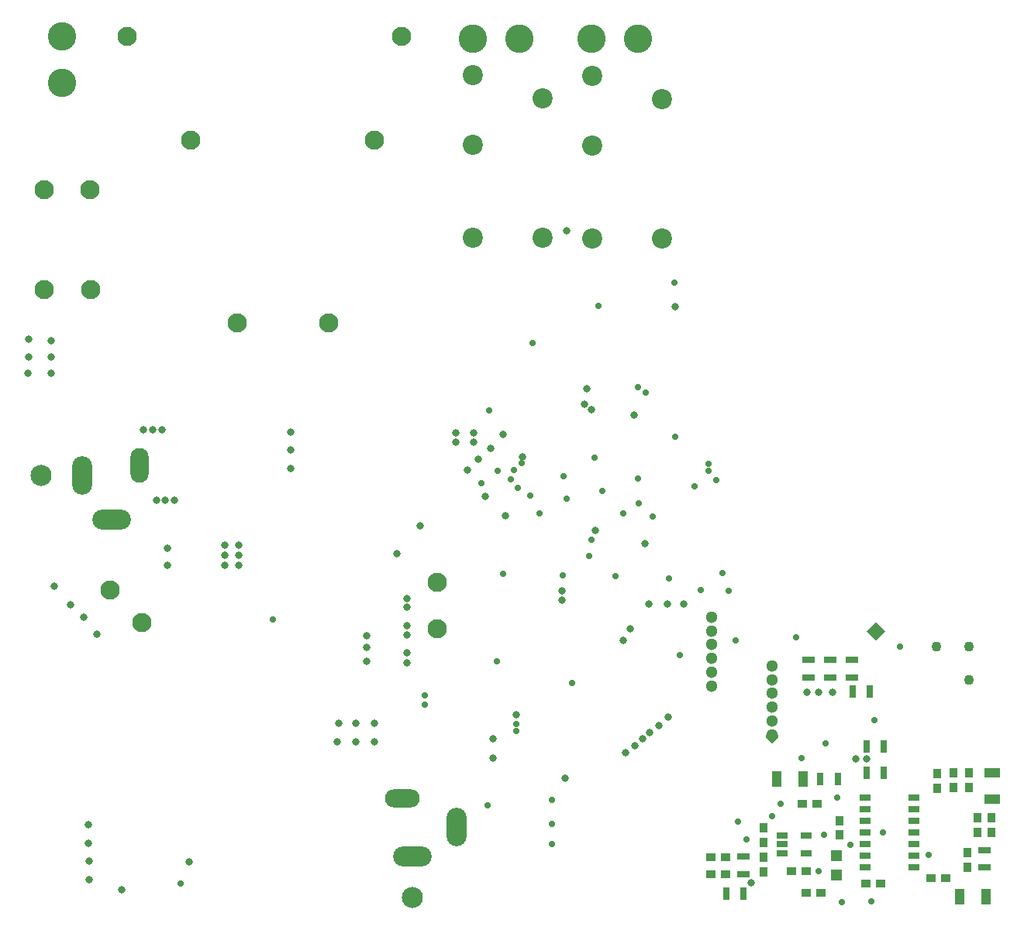
<source format=gbs>
G04*
G04 #@! TF.GenerationSoftware,Altium Limited,Altium Designer,23.3.1 (30)*
G04*
G04 Layer_Color=16711935*
%FSLAX25Y25*%
%MOIN*%
G70*
G04*
G04 #@! TF.SameCoordinates,F1967EA3-8312-49A4-A2FB-0AE49F0FF499*
G04*
G04*
G04 #@! TF.FilePolarity,Negative*
G04*
G01*
G75*
%ADD21R,0.03494X0.04194*%
%ADD23R,0.04194X0.03494*%
%ADD28R,0.05512X0.03150*%
%ADD40R,0.03150X0.05512*%
%ADD42R,0.05118X0.05118*%
%ADD63O,0.08674X0.16548*%
%ADD64C,0.09068*%
%ADD65O,0.16548X0.08674*%
%ADD66O,0.07887X0.14973*%
%ADD67C,0.08268*%
%ADD68C,0.08661*%
%ADD69O,0.14973X0.07887*%
%ADD70C,0.05118*%
%ADD71C,0.12205*%
%ADD72C,0.04331*%
%ADD73C,0.00394*%
%ADD169R,0.06693X0.03937*%
%ADD170R,0.05118X0.02756*%
%ADD171R,0.03937X0.06693*%
%ADD172R,0.04724X0.02756*%
%ADD173C,0.02769*%
%ADD174C,0.03162*%
G36*
X325276Y76378D02*
Y75197D01*
X327953Y72677D01*
X330394Y75197D01*
X330512Y75512D01*
Y76378D01*
X325276D01*
D02*
G37*
G36*
X372441Y124803D02*
X368504Y120866D01*
X372441Y116929D01*
X376378Y120866D01*
X372441Y124803D01*
D02*
G37*
D21*
X356693Y33070D02*
D03*
Y39371D02*
D03*
X398819Y53300D02*
D03*
Y59600D02*
D03*
X405905Y59843D02*
D03*
Y53543D02*
D03*
X412598Y59843D02*
D03*
Y53543D02*
D03*
X324016Y17322D02*
D03*
Y23622D02*
D03*
X416142Y34251D02*
D03*
Y40551D02*
D03*
X422047D02*
D03*
Y34251D02*
D03*
X411811Y19291D02*
D03*
Y25591D02*
D03*
X324016Y36221D02*
D03*
Y29921D02*
D03*
D23*
X342519Y8268D02*
D03*
X348819D02*
D03*
X340945Y46457D02*
D03*
X347245D02*
D03*
X301574Y16339D02*
D03*
X307874D02*
D03*
X301574Y23622D02*
D03*
X307874D02*
D03*
X396063Y14567D02*
D03*
X402363D02*
D03*
X374410Y12205D02*
D03*
X368110D02*
D03*
X336220Y17717D02*
D03*
X342520D02*
D03*
D28*
X343307Y108405D02*
D03*
Y100925D02*
D03*
X352756Y108405D02*
D03*
Y100925D02*
D03*
X362205Y108405D02*
D03*
Y100925D02*
D03*
X315596Y16339D02*
D03*
Y23819D02*
D03*
X419291Y19094D02*
D03*
Y26575D02*
D03*
D40*
X348622Y57087D02*
D03*
X356102D02*
D03*
X362402Y94882D02*
D03*
X369882D02*
D03*
X315551Y7874D02*
D03*
X308071D02*
D03*
X375787Y71260D02*
D03*
X368307D02*
D03*
X375787Y59842D02*
D03*
X368307D02*
D03*
D42*
X355512Y24213D02*
D03*
Y15945D02*
D03*
D63*
X31102Y187795D02*
D03*
X192126Y36614D02*
D03*
D64*
X13386Y187795D02*
D03*
X173228Y6299D02*
D03*
D65*
X43701Y168898D02*
D03*
X173228Y24016D02*
D03*
D66*
X55905Y192126D02*
D03*
D67*
X183858Y122047D02*
D03*
Y141732D02*
D03*
X97638Y253543D02*
D03*
X137008D02*
D03*
X156693Y332283D02*
D03*
X77953D02*
D03*
X56960Y124536D02*
D03*
X43040Y138456D02*
D03*
X34627Y311024D02*
D03*
X14942D02*
D03*
X168504Y376929D02*
D03*
X50394D02*
D03*
X14961Y267735D02*
D03*
X34646D02*
D03*
D68*
X199055Y290394D02*
D03*
Y330394D02*
D03*
Y360394D02*
D03*
X229055Y350394D02*
D03*
Y290394D02*
D03*
X250354Y289803D02*
D03*
Y329803D02*
D03*
Y359803D02*
D03*
X280354Y349803D02*
D03*
Y289803D02*
D03*
D69*
X168898Y48819D02*
D03*
D70*
X301969Y97382D02*
D03*
Y103287D02*
D03*
Y109193D02*
D03*
Y115098D02*
D03*
Y121004D02*
D03*
Y126909D02*
D03*
X327953Y76378D02*
D03*
Y82284D02*
D03*
Y88189D02*
D03*
Y94095D02*
D03*
Y100000D02*
D03*
Y105905D02*
D03*
D71*
X270236Y375984D02*
D03*
X250236D02*
D03*
X219055D02*
D03*
X199055D02*
D03*
X22441Y376929D02*
D03*
Y356929D02*
D03*
D72*
X412586Y114149D02*
D03*
Y100007D02*
D03*
X398427Y114133D02*
D03*
D73*
X100000Y8661D02*
D03*
X111811D02*
D03*
D169*
X422441Y59843D02*
D03*
Y48426D02*
D03*
D170*
X367913Y19252D02*
D03*
Y24252D02*
D03*
Y29252D02*
D03*
Y34252D02*
D03*
Y39252D02*
D03*
Y44252D02*
D03*
Y49252D02*
D03*
X388779Y19252D02*
D03*
Y24252D02*
D03*
Y29252D02*
D03*
Y34252D02*
D03*
Y39252D02*
D03*
Y44252D02*
D03*
Y49252D02*
D03*
D171*
X419882Y6693D02*
D03*
X408465D02*
D03*
X329724Y57087D02*
D03*
X341142D02*
D03*
D172*
X342520Y32873D02*
D03*
X332283D02*
D03*
Y29133D02*
D03*
X342520Y25393D02*
D03*
X332283D02*
D03*
D173*
X217717Y77902D02*
D03*
Y80870D02*
D03*
X327953Y41339D02*
D03*
X316929Y31102D02*
D03*
X283465Y143701D02*
D03*
X270472Y175787D02*
D03*
X253150Y261024D02*
D03*
X250000Y160236D02*
D03*
X212205Y145669D02*
D03*
X205512Y46063D02*
D03*
X113189Y125984D02*
D03*
X233071Y48172D02*
D03*
X306458Y145905D02*
D03*
X303937Y185827D02*
D03*
X355906Y49213D02*
D03*
X361417Y28740D02*
D03*
X375590Y34252D02*
D03*
X331496Y46457D02*
D03*
X347638Y17717D02*
D03*
X338189Y118110D02*
D03*
X350787Y72441D02*
D03*
X382677Y114173D02*
D03*
X371654Y82677D02*
D03*
X395276Y24409D02*
D03*
X340551Y66142D02*
D03*
X370472Y4724D02*
D03*
X350000Y33071D02*
D03*
X357874Y4331D02*
D03*
X312992Y38976D02*
D03*
X254724Y181102D02*
D03*
X237795Y144826D02*
D03*
X260630Y144488D02*
D03*
X273622Y223622D02*
D03*
X270079Y225984D02*
D03*
X216727Y190198D02*
D03*
X220079Y193307D02*
D03*
X202756Y184646D02*
D03*
X209842Y189764D02*
D03*
X215619Y186350D02*
D03*
X223640Y179134D02*
D03*
X218504Y182677D02*
D03*
X312205Y116929D02*
D03*
X285827Y270866D02*
D03*
X294488Y183071D02*
D03*
X206299Y215748D02*
D03*
X224803Y244882D02*
D03*
X286221Y204724D02*
D03*
X263779Y171653D02*
D03*
X288189Y110630D02*
D03*
X233071Y29134D02*
D03*
Y37795D02*
D03*
X73622Y12205D02*
D03*
X270079Y186614D02*
D03*
X309267Y138371D02*
D03*
X251575Y195669D02*
D03*
X249213Y153150D02*
D03*
X241732Y98425D02*
D03*
X238189Y187402D02*
D03*
X239370Y177953D02*
D03*
X276378Y170079D02*
D03*
X297244Y138583D02*
D03*
X209449Y107874D02*
D03*
X178347Y89370D02*
D03*
Y93307D02*
D03*
X227953Y171653D02*
D03*
X300591Y192929D02*
D03*
Y189961D02*
D03*
D174*
X247047Y218504D02*
D03*
X248031Y225197D02*
D03*
X250137Y216279D02*
D03*
X342913Y94488D02*
D03*
X347638D02*
D03*
X353937D02*
D03*
X363779Y65748D02*
D03*
X368504D02*
D03*
X318898Y12598D02*
D03*
X273228Y158661D02*
D03*
X266732Y122047D02*
D03*
X263779Y116929D02*
D03*
X251969Y164173D02*
D03*
X237598Y138386D02*
D03*
Y134252D02*
D03*
X220472Y196063D02*
D03*
X204331Y178740D02*
D03*
X212992Y170472D02*
D03*
X170866Y135039D02*
D03*
Y131102D02*
D03*
Y123228D02*
D03*
Y119291D02*
D03*
Y111417D02*
D03*
Y107087D02*
D03*
X191732Y202362D02*
D03*
X199606D02*
D03*
Y206299D02*
D03*
X191732D02*
D03*
X283071Y83858D02*
D03*
X279134Y80315D02*
D03*
X275197Y77165D02*
D03*
X272047Y74410D02*
D03*
X268898Y71653D02*
D03*
X264961Y68504D02*
D03*
X98425Y157874D02*
D03*
X92520D02*
D03*
X98425Y153512D02*
D03*
X92520D02*
D03*
X98425Y149150D02*
D03*
X120866Y190945D02*
D03*
Y198819D02*
D03*
Y206693D02*
D03*
X8268Y238976D02*
D03*
Y246457D02*
D03*
X17717Y246063D02*
D03*
Y238976D02*
D03*
Y231890D02*
D03*
X7874D02*
D03*
X37402Y119685D02*
D03*
X31890Y126772D02*
D03*
X25984Y132283D02*
D03*
X19291Y140157D02*
D03*
X67716Y149213D02*
D03*
Y156693D02*
D03*
X92520Y149150D02*
D03*
X166535Y154331D02*
D03*
X176378Y166142D02*
D03*
X140945Y73228D02*
D03*
X148819D02*
D03*
X156693D02*
D03*
Y81102D02*
D03*
X148819D02*
D03*
X141339D02*
D03*
X207874Y66142D02*
D03*
Y74410D02*
D03*
X239370Y293307D02*
D03*
X212205Y205512D02*
D03*
X206693Y199606D02*
D03*
X201575Y194882D02*
D03*
X196850Y190157D02*
D03*
X33858Y37402D02*
D03*
X77165Y21457D02*
D03*
X33858Y29528D02*
D03*
X34252Y22047D02*
D03*
Y13780D02*
D03*
X217717Y85039D02*
D03*
X48031Y9449D02*
D03*
X268503Y213779D02*
D03*
X289961Y132480D02*
D03*
X286299Y260709D02*
D03*
X282677Y132480D02*
D03*
X274803D02*
D03*
X238779Y57677D02*
D03*
X153543Y107874D02*
D03*
Y118898D02*
D03*
Y113779D02*
D03*
X65354Y207480D02*
D03*
X70866Y177165D02*
D03*
X66929D02*
D03*
X62992D02*
D03*
X61417Y207480D02*
D03*
X57480D02*
D03*
M02*

</source>
